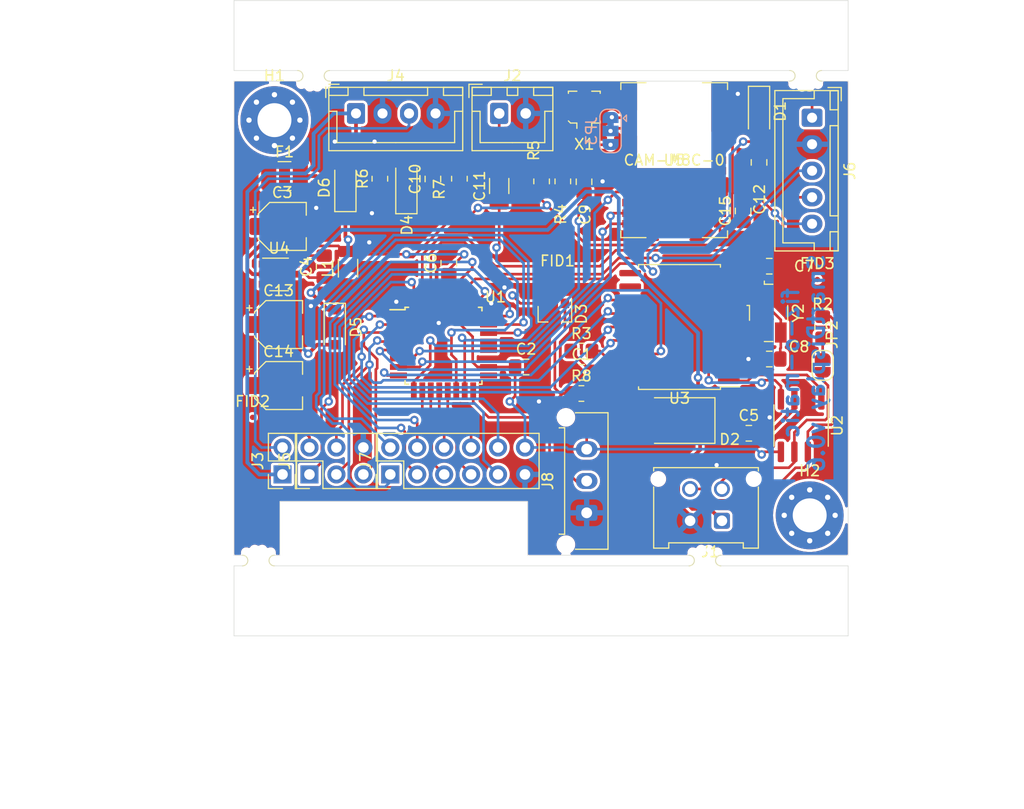
<source format=kicad_pcb>
(kicad_pcb (version 20221018) (generator pcbnew)
  (layers (0 "F.Cu" signal) (31 "B.Cu" signal) (34 "B.Paste" user) (35 "F.Paste" user) (36 "B.SilkS" user "B.Silkscreen") (37 "F.SilkS" user "F.Silkscreen") (38 "B.Mask" user) (39 "F.Mask" user) (44 "Edge.Cuts" user))
  (net 0 "")
  (net 1 "GND")
  (net 2 "Net-(U4-EN)")
  (net 3 "Net-(U4-SW)")
  (net 4 "SCK")
  (net 5 "MOSI")
  (net 6 "MISO")
  (net 7 "+5V")
  (net 8 "RESET")
  (net 9 "TXD")
  (net 10 "RXD")
  (net 11 "SCL")
  (net 12 "SDA")
  (net 13 "A3")
  (net 14 "A2")
  (net 15 "A1")
  (net 16 "A0")
  (net 17 "Net-(U4-BST)")
  (net 18 "Net-(U3-OSC1)")
  (net 19 "Net-(U3-OSC2)")
  (net 20 "KEY")
  (net 21 "+12V")
  (net 22 "Net-(J6-Pin_5)")
  (net 23 "Net-(D5-K)")
  (net 26 "INSTR.BEL")
  (net 27 "Net-(J2-Pin_1)")
  (net 28 "D22")
  (net 29 "D23")
  (net 30 "Net-(JP2-Pad1)")
  (net 31 "CANH")
  (net 32 "CANL")
  (net 33 "D24")
  (net 34 "D25")
  (net 35 "1WIRE")
  (net 36 "INT_CAN")
  (net 37 "SS")
  (net 38 "UPDI")
  (net 39 "Net-(U5-RF_OUT)")
  (net 40 "+3V3")
  (net 41 "Net-(U5-RF_IN)")
  (net 42 "Net-(X1-SIGNAL)")
  (net 43 "GPS_RXD")
  (net 44 "GPS_TXD")
  (net 45 "GPS_RESET")
  (net 46 "Net-(U3-~{RESET})")
  (net 47 "AREF")
  (net 50 "Net-(U2-TXD)")
  (net 51 "Net-(U2-RXD)")
  (net 67 "A4")
  (footprint "Capacitor_SMD:C_0805_2012Metric_Pad1.18x1.45mm_HandSolder" (layer "F.Cu") (at 119.29 43.5725 90)
    (fp_text reference "C12")
    (fp_text value "100n")
  )
  (footprint "Resistor_SMD:R_0805_2012Metric_Pad1.20x1.40mm_HandSolder" (layer "F.Cu") (at 102.54 65.36)
    (fp_text reference "R8")
    (fp_text value "4,7k")
  )
  (footprint "MountingHole:MountingHole_3.2mm_M3_Pad_Via" (layer "F.Cu") (at 73.6 39.589)
    (fp_text reference "H1")
    (fp_text value "MountingHole_Pad")
  )
  (footprint "Resistor_SMD:R_0805_2012Metric_Pad1.20x1.40mm_HandSolder" (layer "F.Cu") (at 102.54 61.36)
    (fp_text reference "R3")
    (fp_text value "10k")
  )
  (footprint "Capacitor_SMD:C_0805_2012Metric_Pad1.18x1.45mm_HandSolder" (layer "F.Cu") (at 88.54 45.135 90)
    (fp_text reference "C10")
    (fp_text value "100n")
  )
  (footprint "Capacitor_SMD:C_0805_2012Metric_Pad1.18x1.45mm_HandSolder" (layer "F.Cu") (at 90.04 53.0725 90)
    (fp_text reference "C6")
    (fp_text value "100n")
  )
  (footprint "Resistor_SMD:R_0805_2012Metric_Pad1.20x1.40mm_HandSolder" (layer "F.Cu") (at 98.79 45.36 -90)
    (fp_text reference "R5")
    (fp_text value "1k")
  )
  (footprint "Resistor_SMD:R_0805_2012Metric_Pad1.20x1.40mm_HandSolder" (layer "F.Cu") (at 83.54 45.11 90)
    (fp_text reference "R6")
    (fp_text value "15k")
  )
  (footprint "Diode_SMD:D_MiniMELF" (layer "F.Cu") (at 86.04 45.86 90)
    (fp_text reference "D4")
    (fp_text value "BZV55-C12")
  )
  (footprint "Diode_SMD:D_SMB" (layer "F.Cu") (at 111.582 67.91 180)
    (fp_text reference "D2")
    (fp_text value "SMBJ5.0CA")
  )
  (footprint "Crystal:Crystal_SMD_EuroQuartz_MJ-4Pin_5.0x3.2mm" (layer "F.Cu") (at 120.19 57.76 -90)
    (fp_text reference "Y2")
    (fp_text value "16MHz")
  )
  (footprint "Capacitor_SMD:C_0805_2012Metric_Pad1.18x1.45mm_HandSolder" (layer "F.Cu") (at 120.2525 62.11 180)
    (fp_text reference "C8")
    (fp_text value "22p")
  )
  (footprint "Jumper:SolderJumper-2_P1.3mm_Open_RoundedPad1.0x1.5mm" (layer "F.Cu") (at 125.29 62.71 -90)
    (fp_text reference "JP2")
    (fp_text value "Jumper_NC_Small")
  )
  (footprint "Capacitor_SMD:C_0805_2012Metric_Pad1.18x1.45mm_HandSolder" (layer "F.Cu") (at 118.3275 69.11)
    (fp_text reference "C5")
    (fp_text value "100n")
  )
  (footprint "Package_SO:SOIC-8_3.9x4.9mm_P1.27mm" (layer "F.Cu") (at 123.257 68.385 -90)
    (fp_text reference "U2")
    (fp_text value "MCP2562-E-SN")
  )
  (footprint "MountingHole:MountingHole_3.2mm_M3_Pad_Via" (layer "F.Cu") (at 124.065056 76.846056)
    (fp_text reference "H2")
    (fp_text value "MountingHole_Pad")
  )
  (footprint "Resistor_SMD:R_0805_2012Metric_Pad1.20x1.40mm_HandSolder" (layer "F.Cu") (at 125.29 59.11 90)
    (fp_text reference "R2")
    (fp_text value "120")
  )
  (footprint "Capacitor_SMD:C_0805_2012Metric_Pad1.18x1.45mm_HandSolder" (layer "F.Cu") (at 102.5775 63.36)
    (fp_text reference "C1")
    (fp_text value "100n")
  )
  (footprint "Connector_PinHeader_2.54mm:PinHeader_2x03_P2.54mm_Vertical" (layer "F.Cu") (at 76.902 72.99 90)
    (fp_text reference "J5")
    (fp_text value "ISP")
  )
  (footprint "Connector_PinHeader_2.54mm:PinHeader_2x06_P2.54mm_Vertical" (layer "F.Cu") (at 84.522 72.99 90)
    (fp_text reference "J7")
    (fp_text value "EXT")
  )
  (footprint "Connector_PinHeader_2.54mm:PinHeader_2x01_P2.54mm_Vertical" (layer "F.Cu") (at 74.362 72.99 90)
    (fp_text reference "J3")
    (fp_text value "+12V")
  )
  (footprint "Connector_JST:JST_XH_B2B-XH-A_1x02_P2.50mm_Vertical" (layer "F.Cu") (at 94.79 38.954)
    (fp_text reference "J2")
    (fp_text value "KEY")
  )
  (footprint "Package_QFP:TQFP-32_7x7mm_P0.8mm" (layer "F.Cu") (at 89.54 60.86)
    (fp_text reference "U1")
    (fp_text value "ATmega4808-A")
  )
  (footprint "Capacitor_SMD:C_0805_2012Metric_Pad1.18x1.45mm_HandSolder" (layer "F.Cu") (at 97.3275 62.86)
    (fp_text reference "C2")
    (fp_text value "100n")
  )
  (footprint "Package_SO:SOIC-18W_7.5x11.6mm_P1.27mm" (layer "F.Cu") (at 111.79 59.09 180)
    (fp_text reference "U3")
    (fp_text value "MCP2515-xSO")
  )
  (footprint "Resistor_SMD:R_0805_2012Metric_Pad1.20x1.40mm_HandSolder" (layer "F.Cu") (at 91.04 45.11 90)
    (fp_text reference "R7")
    (fp_text value "4,7k")
  )
  (footprint "Fuse:Fuse_1210_3225Metric_Pad1.42x2.65mm_HandSolder" (layer "F.Cu") (at 74.5525 44.86)
    (fp_text reference "F1")
    (fp_text value "Polyfuse")
  )
  (footprint "Resistor_SMD:R_0805_2012Metric_Pad1.20x1.40mm_HandSolder" (layer "F.Cu") (at 100.79 45.36 -90)
    (fp_text reference "R4")
    (fp_text value "10k")
  )
  (footprint "Fiducial:Fiducial_0.5mm_Mask1mm" (layer "F.Cu") (at 71.54 67.61)
    (fp_text reference "FID2")
    (fp_text value "Fiducial")
  )
  (footprint "Fiducial:Fiducial_0.5mm_Mask1mm" (layer "F.Cu") (at 124.79 54.61)
    (fp_text reference "FID3")
    (fp_text value "Fiducial")
  )
  (footprint "Capacitor_SMD:CP_Elec_4x3.9" (layer "F.Cu") (at 74.34 49.61)
    (fp_text reference "C3")
    (fp_text value "22u")
  )
  (footprint "Capacitor_SMD:C_0805_2012Metric_Pad1.18x1.45mm_HandSolder" (layer "F.Cu") (at 78.29 53.3975 90)
    (fp_text reference "C4")
    (fp_text value "100n")
  )
  (footprint "Capacitor_SMD:CP_Elec_4x3.9" (layer "F.Cu") (at 73.99 58.86)
    (fp_text reference "C13")
    (fp_text value "22u")
  )
  (footprint "Capacitor_SMD:CP_Elec_4x3.9" (layer "F.Cu") (at 73.99 64.61)
    (fp_text reference "C14")
    (fp_text value "22u")
  )
  (footprint "Connector_JST:JST_XH_B5B-XH-A_1x05_P2.50mm_Vertical" (layer "F.Cu") (at 124.29 39.36 -90)
    (fp_text reference "J6")
    (fp_text value "PROG/SERIAL")
  )
  (footprint "Inductor_SMD:L_1206_3216Metric" (layer "F.Cu") (at 80.54 53.5475 90)
    (fp_text reference "L1")
    (fp_text value "4.7uH")
  )
  (footprint "Connector_Molex:Molex_Micro-Fit_3.0_43045-0412_2x02_P3.00mm_Vertical" (layer "F.Cu") (at 115.79 77.36 180)
    (fp_text reference "J1")
    (fp_text value "CAN")
  )
  (footprint "Connector_Molex:Molex_Micro-Fit_3.0_43650-0315_1x03_P3.00mm_Vertical" (layer "F.Cu") (at 103.04 76.61 90)
    (fp_text reference "J8")
    (fp_text value "Conn_01x03")
  )
  (footprint "Capacitor_SMD:C_0805_2012Metric_Pad1.18x1.45mm_HandSolder" (layer "F.Cu") (at 120.2525 53.36)
    (fp_text reference "C7")
    (fp_text value "22p")
  )
  (footprint "Connector_JST:JST_XH_B4B-XH-A_1x04_P2.50mm_Vertical" (layer "F.Cu") (at 81.29 38.954)
    (fp_text reference "J4")
    (fp_text value "PWR")
  )
  (footprint "Capacitor_SMD:C_1206_3216Metric_Pad1.33x1.80mm_HandSolder" (layer "F.Cu") (at 94.79 45.7975 90)
    (fp_text reference "C11")
    (fp_text value "22u")
  )
  (footprint "ublox_CAM_M8C:CAM-M8C-0" (layer "F.Cu") (at 111.29 43.36)
    (fp_text reference "U5")
    (fp_text value "CAM-M8C-0")
  )
  (footprint "Capacitor_SMD:C_0805_2012Metric_Pad1.18x1.45mm_HandSolder" (layer "F.Cu") (at 102.79 45.3975 90)
    (fp_text reference "C9")
    (fp_text value "100n")
  )
  (footprint "Package_TO_SOT_SMD:TSOT-23-6" (layer "F.Cu") (at 74.04 54.11)
    (fp_text reference "U4")
    (fp_text value "AP63203WU")
  )
  (footprint "Capacitor_SMD:C_0805_2012Metric_Pad1.18x1.45mm_HandSolder" (layer "F.Cu") (at 117.79 48.1475 90)
    (fp_text reference "C15")
    (fp_text value "100n")
  )
  (footprint "Connector_Coaxial:U.FL_Molex_MCRF_73412-0110_Vertical" (layer "F.Cu") (at 102.815 38.36)
    (fp_text reference "X1")
    (fp_text value "ANTENNA_U.FL")
  )
  (footprint "Fiducial:Fiducial_0.5mm_Mask1mm" (layer "F.Cu") (at 100.29 51.36 180)
    (fp_text reference "FID1")
    (fp_text value "Fiducial")
  )
  (footprint "Package_TO_SOT_SMD:SOT-23" (layer "F.Cu") (at 100.04 57.86 -90)
    (fp_text reference "D3")
    (fp_text value "SP0502BAHT")
  )
  (footprint "Diode_SMD:D_SOD-123" (layer "F.Cu") (at 79.29 59.11 -90)
    (fp_text reference "D5")
    (fp_text value "1N4148W")
  )
  (footprint "Diode_SMD:D_SOD-123" (layer "F.Cu") (at 80.29 45.96 90)
    (fp_text reference "D6")
    (fp_text value "1N4148W")
  )
  (footprint "Diode_SMD:D_SOD-123" (layer "F.Cu") (at 119.29 38.76 -90)
    (fp_text reference "D1")
    (fp_text value "1N4148W")
  )
  (footprint "fiz-o-matic:mouse-bite-1mm-slot" (layer "F.Cu") (at 114.19 81.11 180)
    (fp_text reference "mouse-bite-1mm-slot" hide)
    (fp_text value "VAL**" hide)
  )
  (footprint "fiz-o-matic:mouse-bite-1mm-slot" (layer "F.Cu") (at 77.29 35.41)
    (fp_text reference "mouse-bite-1mm-slot" hide)
    (fp_text value "VAL**" hide)
  )
  (footprint "fiz-o-matic:mouse-bite-1mm-slot" (layer "F.Cu") (at 123.69 35.41)
    (fp_text reference "mouse-bite-1mm-slot" hide)
    (fp_text value "VAL**" hide)
  )
  (footprint "fiz-o-matic:mouse-bite-1mm-slot" (layer "F.Cu") (at 72.09 81.11 180)
    (fp_text reference "mouse-bite-1mm-slot" hide)
    (fp_text value "VAL**" hide)
  )
  (footprint "Jumper:SolderJumper-3_P1.3mm_Bridged12_RoundedPad1.0x1.5mm" (layer "B.Cu") (at 105.29 40.61 -90)
    (fp_text reference "JP3")
    (fp_text value "Jumper_NC_Dual")
  )
  (gr_line (start 97.476 80.61) (end 112.69 80.61) (stroke (width 0.05)) (layer "Edge.Cuts"))
  (gr_line (start 74.108 75.53) (end 97.476 75.53) (stroke (width 0.05)) (layer "Edge.Cuts"))
  (gr_line (start 127.69 80.61) (end 127.69 35.91) (stroke (width 0.05)) (layer "Edge.Cuts"))
  (gr_line (start 74.108 75.53) (end 74.108 80.61) (stroke (width 0.05)) (layer "Edge.Cuts"))
  (gr_line (start 69.79 80.61) (end 69.79 35.91) (stroke (width 0.05)) (layer "Edge.Cuts"))
  (gr_line (start 97.476 75.53) (end 97.476 80.61) (stroke (width 0.05)) (layer "Edge.Cuts"))
  (gr_arc (start 122.19 34.91) (mid 122.69 35.41) (end 122.19 35.91) (stroke (width 0.05)) (layer "Edge.Cuts"))
  (gr_line (start 73.59 80.61) (end 74.108 80.61) (stroke (width 0.05)) (layer "Edge.Cuts"))
  (gr_line (start 115.69 81.61) (end 127.69 81.61) (stroke (width 0.05)) (layer "Edge.Cuts"))
  (gr_line (start 75.79 34.91) (end 69.79 34.91) (stroke (width 0.05)) (layer "Edge.Cuts"))
  (gr_line (start 127.69 81.61) (end 127.69 88.21) (stroke (width 0.05)) (layer "Edge.Cuts"))
  (gr_arc (start 125.19 35.91) (mid 124.69 35.41) (end 125.19 34.91) (stroke (width 0.05)) (layer "Edge.Cuts"))
  (gr_line (start 125.19 34.91) (end 127.69 34.91) (stroke (width 0.05)) (layer "Edge.Cuts"))
  (gr_line (start 78.79 35.91) (end 122.19 35.91) (stroke (width 0.05)) (layer "Edge.Cuts"))
  (gr_line (start 127.69 88.21) (end 69.79 88.21) (stroke (width 0.05)) (layer "Edge.Cuts"))
  (gr_line (start 69.79 81.61) (end 69.79 88.21) (stroke (width 0.05)) (layer "Edge.Cuts"))
  (gr_line (start 125.19 35.91) (end 127.69 35.91) (stroke (width 0.05)) (layer "Edge.Cuts"))
  (gr_line (start 69.79 35.91) (end 75.79 35.91) (stroke (width 0.05)) (layer "Edge.Cuts"))
  (gr_arc (start 115.69 81.61) (mid 115.19 81.11) (end 115.69 80.61) (stroke (width 0.05)) (layer "Edge.Cuts"))
  (gr_arc (start 78.79 35.91) (mid 78.29 35.41) (end 78.79 34.91) (stroke (width 0.05)) (layer "Edge.Cuts"))
  (gr_line (start 69.79 28.31) (end 127.69 28.31) (stroke (width 0.05)) (layer "Edge.Cuts"))
  (gr_line (start 69.79 80.61) (end 70.59 80.61) (stroke (width 0.05)) (layer "Edge.Cuts"))
  (gr_line (start 127.69 34.91) (end 127.69 28.31) (stroke (width 0.05)) (layer "Edge.Cuts"))
  (gr_line (start 73.59 81.61) (end 112.69 81.61) (stroke (width 0.05)) (layer "Edge.Cuts"))
  (gr_arc (start 70.59 80.61) (mid 71.09 81.11) (end 70.59 81.61) (stroke (width 0.05)) (layer "Edge.Cuts"))
  (gr_arc (start 112.69 80.61) (mid 113.19 81.11) (end 112.69 81.61) (stroke (width 0.05)) (layer "Edge.Cuts"))
  (gr_arc (start 73.59 81.61) (mid 73.09 81.11) (end 73.59 80.61) (stroke (width 0.05)) (layer "Edge.Cuts"))
  (gr_arc (start 75.79 34.91) (mid 76.29 35.41) (end 75.79 35.91) (stroke (width 0.05)) (layer "Edge.Cuts"))
  (gr_line (start 70.59 81.61) (end 69.79 81.61) (stroke (width 0.05)) (layer "Edge.Cuts"))
  (gr_line (start 122.19 34.91) (end 78.79 34.91) (stroke (width 0.05)) (layer "Edge.Cuts"))
  (gr_line (start 69.79 34.91) (end 69.79 28.31) (stroke (width 0.05)) (layer "Edge.Cuts"))
  (gr_line (start 115.69 80.61) (end 127.69 80.61) (stroke (width 0.05)) (layer "Edge.Cuts"))
  (gr_text "fiz-o-matic\nSmartDisplay v0.6" (at 123.49 62.51 90) (layer "B.Cu") (effects (font (size 1.5 1.5) (thickness 0.3)) (justify mirror)))
  (via (at 77.04 57.11) (size 0.8) (drill 0.4) (layers "F.Cu" "B.Cu") (net 1))
  (via (at 85.09 56.71) (size 0.8) (drill 0.4) (layers "F.Cu" "B.Cu") (net 1))
  (via (at 95.29 55.36) (size 0.8) (drill 0.4) (layers "F.Cu" "B.Cu") (net 1))
  (via (at 83.04 41.61) (size 0.8) (drill 0.4) (layers "F.Cu" "B.Cu") (net 1))
  (via (at 120.29 67.61) (size 0.8) (drill 0.4) (layers "F.Cu" "B.Cu") (net 1))
  (via (at 118.29 62.11) (size 0.8) (drill 0.4) (layers "F.Cu" "B.Cu") (net 1))
  (via (at 104.54 45.36) (size 0.8) (drill 0.4) (layers "F.Cu" "B.Cu") (net 1))
  (via (at 103.04 47.86) (size 0.8) (drill 0.4) (layers "F.Cu" "B.Cu") (net 1))
  (via (at 94.04 56.86) (size 0.8) (drill 0.4) (layers "F.Cu" "B.Cu") (net 1))
  (via (at 117.29 37.11) (size 0.8) (drill 0.4) (layers "F.Cu" "B.Cu") (net 1))
  (via (at 82.54 51.11) (size 0.8) (drill 0.4) (layers "F.Cu" "B.Cu") (net 1))
  (via (at 77.54 47.86) (size 0.8) (drill 0.4) (layers "F.Cu" "B.Cu") (net 1))
  (via (at 82.79 48.36) (size 0.8) (drill 0.4) (layers "F.Cu" "B.Cu") (net 1))
  (via (at 79.29 41.61) (size 0.8) (drill 0.4) (layers "F.Cu" "B.Cu") (net 1))
  (via (at 115.29 72.11) (size 0.8) (drill 0.4) (layers "F.Cu" "B.Cu") (net 1))
  (via (at 98.54 66.11) (size 0.8) (drill 0.4) (layers "F.Cu" "B.Cu") (net 1))
  (via (at 89.09 58.71) (size 0.8) (drill 0.4) (layers "F.Cu" "B.Cu") (net 1))
  (segment (start 89.134 39.766) (end 89.134 38.954) (width 0.25) (layer "B.Cu") (net 1))
  (segment (start 72.54 51.11) (end 72.54 49.61) (width 0.35) (layer "F.Cu") (net 2))
  (segment (start 72.73 54.11) (end 72.73 55.06) (width 0.35) (layer "F.Cu") (net 2))
  (segment (start 71.54 54.11) (end 71.04 53.61) (width 0.35) (layer "F.Cu") (net 2))
  (segment (start 71.04 52.61) (end 72.54 51.11) (width 0.35) (layer "F.Cu") (net 2))
  (segment (start 73.065 46.835) (end 72.54 47.36) (width 0.35) (layer "F.Cu") (net 2))
  (segment (start 73.065 44.86) (end 73.065 46.835) (width 0.35) (layer "F.Cu") (net 2))
  (segment (start 71.04 53.61) (end 71.04 52.61) (width 0.35) (layer "F.Cu") (net 2))
  (segment (start 72.73 54.11) (end 71.54 54.11) (width 0.35) (layer "F.Cu") (net 2))
  (segment (start 72.54 47.36) (end 72.54 49.61) (width 0.35) (layer "F.Cu") (net 2))
  (segment (start 76.54 54.11) (end 76.865 54.435) (width 0.25) (layer "F.Cu") (net 3))
  (segment (start 79.365 54.435) (end 79.54 54.61) (width 0.25) (layer "F.Cu") (net 3))
  (segment (start 78.29 54.435) (end 79.365 54.435) (width 0.25) (layer "F.Cu") (net 3))
  (segment (start 75.35 54.11) (end 76.54 54.11) (width 0.25) (layer "F.Cu") (net 3))
  (segment (start 79.54 54.61) (end 80.54 54.61) (width 0.25) (layer "F.Cu") (net 3))
  (segment (start 76.865 54.435) (end 78.29 54.435) (width 0.25) (layer "F.Cu") (net 3))
  (segment (start 80.617001 71.814999) (end 80.617001 64.582997) (width 0.25) (layer "F.Cu") (net 4))
  (segment (start 79.442 72.99) (end 80.617001 71.814999) (width 0.25) (layer "F.Cu") (net 4))
  (segment (start 83.39 60.46) (end 83.29 60.36) (width 0.25) (layer "F.Cu") (net 4))
  (segment (start 80.617001 64.582997) (end 82.564999 62.634999) (width 0.25) (layer "F.Cu") (net 4))
  (segment (start 107.14 57.82) (end 105.25 57.82) (width 0.25) (layer "F.Cu") (net 4))
  (segment (start 85.29 60.46) (end 83.39 60.46) (width 0.25) (layer "F.Cu") (net 4))
  (segment (start 105.25 57.82) (end 105.04 57.61) (width 0.25) (layer "F.Cu") (net 4))
  (via (at 105.04 57.61) (size 0.8) (drill 0.4) (layers "F.Cu" "B.Cu") (net 4))
  (via (at 83.29 60.36) (size 0.8) (drill 0.4) (layers "F.Cu" "B.Cu") (net 4))
  (via (at 82.564999 62.634999) (size 0.8) (drill 0.4) (layers "F.Cu" "B.Cu") (net 4))
  (segment (start 82.941999 64.335001) (end 82.564999 63.958001) (width 0.25) (layer "B.Cu") (net 4))
  (segment (start 82.564999 62.835001) (end 82.564999 62.634999) (width 0.25) (layer "B.Cu") (net 4))
  (segment (start 83.863002 64.11) (end 83.638001 64.335001) (width 0.25) (layer "B.Cu") (net 4))
  (segment (start 105.04 57.61) (end 98.54 64.11) (width 0.25) (layer "B.Cu") (net 4))
  (segment (start 82.564999 63.958001) (end 82.564999 62.835001) (width 0.25) (layer "B.Cu") (net 4))
  (segment (start 82.564999 62.634999) (end 82.564999 61.085001) (width 0.25) (layer "B.Cu") (net 4))
  (segment (start 83.638001 64.335001) (end 82.941999 64.335001) (width 0.25) (layer "B.Cu") (net 4))
  (segment (start 98.54 64.11) (end 83.863002 64.11) (width 0.25) (layer "B.Cu") (net 4))
  (segment (start 82.564999 61.085001) (end 83.29 60.36) (width 0.25) (layer "B.Cu") (net 4))
  (segment (start 80.018039 64.545549) (end 81.823464 62.740124) (width 0.25) (layer "F.Cu") (net 5))
  (segment (start 107.14 59.09) (end 105.31 59.09) (width 0.25) (layer "F.Cu") (net 5))
  (segment (start 105.31 59.09) (end 105.04 59.36) (width 0.25) (layer "F.Cu") (net 5))
  (segment (start 80.018039 64.545549) (end 80.018039 68.381961) (width 0.25) (layer "F.Cu") (net 5))
  (segment (start 81.823464 62.740124) (end 81.823464 61.893464) (width 0.25) (layer "F.Cu") (net 5))
  (segment (start 83.54 58.86) (end 85.29 58.86) (width 0.25) (layer "F.Cu") (net 5))
  (segment (start 79.442 70.45) (end 79.442 68.958) (width 0.25) (layer "F.Cu") (net 5))
  (segment (start 80.018039 68.381961) (end 79.442 68.958) (width 0.25) (layer "F.Cu") (net 5))
  (via (at 81.823464 61.893464) (size 0.8) (drill 0.4) (layers "F.Cu" "B.Cu") (net 5))
  (via (at 105.04 59.36) (size 0.8) (drill 0.4) (layers "F.Cu" "B.Cu") (net 5))
  (via (at 83.54 58.86) (size 0.8) (drill 0.4) (layers "F.Cu" "B.Cu") (net 5))
  (segment (start 81.823464 61.893464) (end 81.823464 60.576536) (width 0.25) (layer "B.Cu") (net 5))
  (segment (start 81.823464 62.164085) (end 81.823464 63.852876) (width 0.25) (layer "B.Cu") (net 5))
  (segment (start 82.114989 60.285011) (end 83.54 58.86) (width 0.25) (layer "B.Cu") (net 5))
  (segment (start 81.823464 63.852876) (end 82.755599 64.785011) (width 0.25) (layer "B.Cu") (net 5))
  (segment (start 82.755599 64.785011) (end 99.614989 64.785011) (width 0.25) (layer "B.Cu") (net 5))
  (segment (start 81.823464 62.164085) (end 81.823464 61.893464) (width 0.25) (layer "B.Cu") (net 5))
  (segment (start 105.04 59.36) (end 99.614989 64.785011) (width 0.25) (layer "B.Cu") (net 5))
  (segment (start 81.823464 60.576536) (end 82.114989 60.285011) (width 0.25) (layer "B.Cu") (net 5))
  (segment (start 82.027347 59.347347) (end 82.29 59.61) (width 0.25) (layer "F.Cu") (net 6))
  (segment (start 105.54 60.36) (end 105.29 60.61) (width 0.25) (layer "F.Cu") (net 6))
  (segment (start 82.29 59.61) (end 85.24 59.61) (width 0.25) (layer "F.Cu") (net 6))
  (segment (start 85.24 59.61) (end 85.29 59.66) (width 0.25) (layer "F.Cu") (net 6))
  (segment (start 83.29 62.135306) (end 83.29 62.966561) (width 0.25) (layer "F.Cu") (net 6))
  (segment (start 82.027347 60.872653) (end 83.29 62.135306) (width 0.25) (layer "F.Cu") (net 6))
  (segment (start 83.29 62.966561) (end 83.157001 63.09956) (width 0.25) (layer "F.Cu") (net 6))
  (segment (start 107.14 60.36) (end 105.54 60.36) (width 0.25) (layer "F.Cu") (net 6))
  (segment (start 83.157001 63.09956) (end 83.157001 71.814999) (width 0.25) (layer "F.Cu") (net 6))
  (segment (start 82.027347 60.872653) (end 82.027347 59.347347) (width 0.25) (layer "F.Cu") (net 6))
  (segment (start 83.157001 71.814999) (end 81.982 72.99) (width 0.25) (layer "F.Cu") (net 6))
  (via (at 82.027347 59.347347) (size 0.8) (drill 0.4) (layers "F.Cu" "B.Cu") (net 6))
  (via (at 105.29 60.61) (size 0.8) (drill 0.4) (layers "F.Cu" "B.Cu") (net 6))
  (segment (start 81.098463 60.301537) (end 82.027347 59.372653) (width 0.25) (layer "B.Cu") (net 6))
  (segment (start 82.569197 65.235019) (end 81.098463 63.764285) (width 0.25) (layer "B.Cu") (net 6))
  (segment (start 105.29 60.61) (end 100.664981 65.235019) (width 0.25) (layer "B.Cu") (net 6))
  (segment (start 81.098463 63.764285) (end 81.098463 60.301537) (width 0.25) (layer "B.Cu") (net 6))
  (segment (start 82.027347 59.372653) (end 82.027347 59.347347) (width 0.25) (layer "B.Cu") (net 6))
  (segment (start 100.664981 65.235019) (end 82.569197 65.235019) (width 0.25) (layer "B.Cu") (net 6))
  (segment (start 81.982 72.918) (end 81.982 72.99) (width 0.25) (layer "B.Cu") (net 6))
  (segment (start 122.622 66.778) (end 120.29 69.11) (width 0.35) (layer "F.Cu") (net 7))
  (segment (start 122.622 65.91) (end 122.622 66.778) (width 0.35) (layer "F.Cu") (net 7))
  (segment (start 120.29 69.11) (end 119.365 69.11) (width 0.35) (layer "F.Cu") (net 7))
  (segment (start 119.365 68.185) (end 119.365 69.11) (width 0.35) (layer "F.Cu") (net 7))
  (segment (start 113.732 67.91) (end 114.49 67.91) (width 0.35) (layer "F.Cu") (net 7))
  (segment (start 111.664999 74.900001) (end 111.664999 72.735001) (width 0.35) (layer "F.Cu") (net 7))
  (segment (start 77.64 60.76) (end 77.29 61.11) (width 0.35) (layer "F.Cu") (net 7))
  (segment (start 119.09 67.91) (end 119.365 68.185) (width 0.35) (layer "F.Cu") (net 7))
  (segment (start 112.999997 76.234999) (end 111.664999 74.900001) (width 0.35) (layer "F.Cu") (net 7))
  (segment (start 111.664999 72.735001) (end 113.732 70.668) (width 0.35) (layer "F.Cu") (net 7))
  (segment (start 114.664999 76.234999) (end 112.999997 76.234999) (width 0.35) (layer "F.Cu") (net 7))
  (segment (start 113.54 67.718) (end 113.732 67.91) (width 0.35) (layer "F.Cu") (net 7))
  (segment (start 115.79 77.36) (end 114.664999 76.234999) (width 0.35) (layer "F.Cu") (net 7))
  (segment (start 79.29 60.76) (end 77.64 60.76) (width 0.35) (layer "F.Cu") (net 7))
  (segment (start 113.732 70.668) (end 113.732 67.91) (width 0.35) (layer "F.Cu") (net 7))
  (segment (start 113.732 67.91) (end 119.09 67.91) (width 0.35) (layer "F.Cu") (net 7))
  (segment (start 77.29 61.11) (end 76.79 61.61) (width 0.35) (layer "F.Cu") (net 7))
  (segment (start 113.54 63.86) (end 113.54 67.718) (width 0.35) (layer "F.Cu") (net 7))
  (via (at 113.54 63.86) (size 0.8) (drill 0.4) (layers "F.Cu" "B.Cu") (net 7))
  (via (at 76.79 61.61) (size 0.8) (drill 0.4) (layers "F.Cu" "B.Cu") (net 7))
  (segment (start 79.98552 49.934981) (end 98.614981 49.934981) (width 0.35) (layer "B.Cu") (net 7))
  (segment (start 106.065001 52.177881) (end 113.54 59.65288) (width 0.35) (layer "B.Cu") (net 7))
  (segment (start 99.364981 49.934981) (end 102.964963 46.334999) (width 0.35) (layer "B.Cu") (net 7))
  (segment (start 106.065001 46.987999) (end 106.065001 52.177881) (width 0.35) (layer "B.Cu") (net 7))
  (segment (start 76.014999 53.905502) (end 79.98552 49.934981) (width 0.35) (layer "B.Cu") (net 7))
  (segment (start 98.614981 49.934981) (end 99.364981 49.934981) (width 0.35) (layer "B.Cu") (net 7))
  (segment (start 113.54 59.65288) (end 113.54 63.86) (width 0.35) (layer "B.Cu") (net 7))
  (segment (start 105.412001 46.334999) (end 106.065001 46.987999) (width 0.35) (layer "B.Cu") (net 7))
  (segment (start 76.79 61.61) (end 76.014999 60.834999) (width 0.35) (layer "B.Cu") (net 7))
  (segment (start 76.014999 60.834999) (end 76.014999 53.905502) (width 0.35) (layer "B.Cu") (net 7))
  (segment (start 102.964963 46.334999) (end 105.412001 46.334999) (width 0.35) (layer "B.Cu") (net 7))
  (segment (start 108.54 53.11) (end 109.29 53.86) (width 0.25) (layer "F.Cu") (net 8))
  (segment (start 92.53999 54.56001) (end 94.3536 54.56001) (width 0.25) (layer "F.Cu") (net 8))
  (segment (start 91.54 56.61) (end 91.54 55.56) (width 0.25) (layer "F.Cu") (net 8))
  (segment (start 91.54 55.56) (end 92.53999 54.56001) (width 0.25) (layer "F.Cu") (net 8))
  (segment (start 99.54 54.56001) (end 104.726401 54.560009) (width 0.25) (layer "F.Cu") (net 8))
  (segment (start 119.29 41.61) (end 119.29 40.41) (width 0.25) (layer "F.Cu") (net 8))
  (segment (start 106.17641 53.11) (end 108.54 53.11) (width 0.25) (layer "F.Cu") (net 8))
  (segment (start 104.726401 54.560009) (end 106.17641 53.11) (width 0.25) (layer "F.Cu") (net 8))
  (segment (start 94.3536 54.56001) (end 99.54 54.56001) (width 0.25) (layer "F.Cu") (net 8))
  (segment (start 119.29 42.535) (end 119.29 41.61) (width 0.25) (layer "F.Cu") (net 8))
  (segment (start 117.79 41.61) (end 119.29 41.61) (width 0.25) (layer "F.Cu") (net 8))
  (via (at 117.79 41.61) (size 0.8) (drill 0.4) (layers "F.Cu" "B.Cu") (net 8))
  (via (at 109.29 53.86) (size 0.8) (drill 0.4) (layers "F.Cu" "B.Cu") (net 8))
  (segment (start 116.54 48.61) (end 116.54 42.86) (width 0.25) (layer "B.Cu") (net 8))
  (segment (start 114.04 51.11) (end 116.54 48.61) (width 0.25) (layer "B.Cu") (net 8))
  (segment (start 116.54 42.86) (end 117.79 41.61) (width 0.25) (layer "B.Cu") (net 8))
  (segment (start 109.29 53.86) (end 108.814999 53.384999) (width 0.25) (layer "B.Cu") (net 8))
  (segment (start 108.814999 53.384999) (end 108.814999 52.236999) (width 0.25) (layer "B.Cu") (net 8))
  (segment (start 109.941998 51.11) (end 114.04 51.11) (width 0.25) (layer "B.Cu") (net 8))
  (segment (start 108.814999 52.236999) (end 109.941998 51.11) (width 0.25) (layer "B.Cu") (net 8))
  (segment (start 94.54 54.11) (end 104.54 54.11) (width 0.25) (layer "F.Cu") (net 9))
  (segment (start 91.55249 51.12249) (end 94.54 54.11) (width 0.25) (layer "F.Cu") (net 9))
  (segment (start 88.34 56.61) (end 88.34 52.10931) (width 0.25) (layer "F.Cu") (net 9))
  (segment (start 104.54 54.11) (end 106.065 52.585) (width 0.25) (layer "F.Cu") (net 9))
  (segment (start 88.34 52.10931) (end 89.32682 51.12249) (width 0.25) (layer "F.Cu") (net 9))
  (segment (start 106.065 52.585) (end 109.54 52.585) (width 0.25) (layer "F.Cu") (net 9))
  (segment (start 89.32682 51.12249) (end 91.55249 51.12249) (width 0.25) (layer "F.Cu") (net 9))
  (via (at 109.54 52.585) (size 0.8) (drill 0.4) (layers "F.Cu" "B.Cu") (net 9))
  (segment (start 123.04 44.36) (end 124.29 44.36) (width 0.25) (layer "B.Cu") (net 9))
  (segment (start 114.815 52.585) (end 123.04 44.36) (width 0.25) (layer "B.Cu") (net 9))
  (segment (start 109.54 52.585) (end 114.815 52.585) (width 0.25) (layer "B.Cu") (net 9))
  (segment (start 87.54 52.2729) (end 89.14042 50.67248) (width 0.25) (layer "F.Cu") (net 10))
  (segment (start 87.54 56.61) (end 87.54 52.2729) (width 0.25) (layer "F.Cu") (net 10))
  (segment (start 105.79 51.86) (end 119.79 51.86) (width 0.25) (layer "F.Cu") (net 10))
  (segment (start 121.54 48.11) (end 122.79 46.86) (width 0.25) (layer "F.Cu") (net 10))
  (segment (start 122.79 46.86) (end 124.29 46.86) (width 0.25) (layer "F.Cu") (net 10))
  (segment (start 89.14042 50.67248) (end 91.738891 50.672481) (width 0.25) (layer "F.Cu") (net 10))
  (segment (start 94.42641 53.36) (end 104.29 53.36) (width 0.25) (layer "F.Cu") (net 10))
  (segment (start 91.738891 50.672481) (end 94.42641 53.36) (width 0.25) (layer "F.Cu") (net 10))
  (segment (start 119.79 51.86) (end 121.54 50.11) (width 0.25) (layer "F.Cu") (net 10))
  (segment (start 104.29 53.36) (end 105.79 51.86) (width 0.25) (layer "F.Cu") (net 10))
  (segment (start 121.54 50.11) (end 121.54 48.11) (width 0.25) (layer "F.Cu") (net 10))
  (segment (start 85.29 58.06) (end 82.59 58.06) (width 0.25) (layer "F.Cu") (net 11))
  (segment (start 82.59 58.06) (end 82.54 58.11) (width 0.25) (layer "F.Cu") (net 11))
  (via (at 82.54 58.11) (size 0.8) (drill 0.4) (layers "F.Cu" "B.Cu") (net 11))
  (segment (start 93.29 65.86) (end 82.557768 65.86) (width 0.25) (layer "B.Cu") (net 11))
  (segment (start 80.648453 59.435862) (end 81.974315 58.11) (width 0.25) (layer "B.Cu") (net 11))
  (segment (start 82.557768 65.86) (end 80.648453 63.950685) (width 0.25) (layer "B.Cu") (net 11))
  (segment (start 94.682 67.252) (end 93.29 65.86) (width 0.25) (layer "B.Cu") (net 11))
  (segment (start 94.682 70.45) (end 94.682 67.252) (width 0.25) (layer "B.Cu") (net 11))
  (segment (start 81.974315 58.11) (end 82.54 58.11) (width 0.25) (layer "B.Cu") (net 11))
  (segment (start 80.648453 63.950685) (end 80.648453 59.435862) (width 0.25) (layer "B.Cu") (net 11))
  (segment (start 86.74 55.06) (end 86.54 54.86) (width 0.25) (layer "F.Cu") (net 12))
  (segment (start 86.74 56.61) (end 86.74 55.06) (width 0.25) (layer "F.Cu") (net 12))
  (via (at 86.54 54.86) (size 0.8) (drill 0.4) (layers "F.Cu" "B.Cu") (net 12))
  (segment (start 93.317001 67.137001) (end 92.49001 66.31001) (width 0.25) (layer "B.Cu") (net 12))
  (segment (start 94.682 72.99) (end 93.317001 71.625001) (width 0.25) (layer "B.Cu") (net 12))
  (segment (start 92.49001 66.31001) (end 82.371368 66.31001) (width 0.25) (layer "B.Cu") (net 12))
  (segment (start 82.371368 66.31001) (end 80.198444 64.137086) (width 0.25) (layer "B.Cu") (net 12))
  (segment (start 84.587907 54.86) (end 86.54 54.86) (width 0.25) (layer "B.Cu") (net 12))
  (segment (start 80.198444 64.137086) (end 80.198444 59.249463) (width 0.25) (layer "B.Cu") (net 12))
  (segment (start 93.317001 71.625001) (end 93.317001 67.137001) (width 0.25) (layer "B.Cu") (net 12))
  (segment (start 80.198444 59.249463) (end 84.587907 54.86) (width 0.25) (layer "B.Cu") (net 12))
  (segment (start 92.142 68.962) (end 92.142 70.45) (width 0.25) (layer "F.Cu") (net 13))
  (segment (start 89.94 65.11) (end 89.94 66.76) (width 0.25) (layer "F.Cu") (net 13))
  (segment (start 89.94 66.76) (end 92.142 68.962) (width 0.25) (layer "F.Cu") (net 13))
  (segment (start 90.777001 68.847001) (end 89.14 67.21) (width 0.25) (layer "F.Cu") (net 14))
  (segment (start 89.14 67.21) (end 89.14 65.11) (width 0.25) (layer "F.Cu") (net 14))
  (segment (start 90.777001 71.625001) (end 90.777001 68.847001) (width 0.25) (layer "F.Cu") (net 14))
  (segment (start 92.142 72.99) (end 90.777001 71.625001) (width 0.25) (layer "F.Cu") (net 14))
  (segment (start 88.34 67.16) (end 88.34 65.11) (width 0.25) (layer "F.Cu") (net 15))
  (segment (start 89.602 68.422) (end 88.34 67.16) (width 0.25) (layer "F.Cu") (net 15))
  (segment (start 89.602 70.45) (end 89.602 68.422) (width 0.25) (layer "F.Cu") (net 15))
  (segment (start 88.426999 67.996999) (end 87.54 67.11) (width 0.25) (layer "F.Cu") (net 16))
  (segment (start 87.54 67.11) (end 87.54 65.11) (width 0.25) (layer "F.Cu") (net 16))
  (segment (start 88.426999 71.814999) (end 88.426999 67.996999) (width 0.25) (layer "F.Cu") (net 16))
  (segment (start 89.602 72.99) (end 88.426999 71.814999) (width 0.25) (layer "F.Cu") (net 16))
  (segment (start 76.79 52.36) (end 78.29 52.36) (width 0.25) (layer "F.Cu") (net 17))
  (segment (start 75.35 53.16) (end 75.99 53.16) (width 0.25) (layer "F.Cu") (net 17))
  (segment (start 75.99 53.16) (end 76.79 52.36) (width 0.25) (layer "F.Cu") (net 17))
  (segment (start 119.215 53.36) (end 119.215 54.435) (width 0.25) (layer "F.Cu") (net 18))
  (segment (start 116.44 55.28) (end 117.71 55.28) (width 0.25) (layer "F.Cu") (net 18))
  (segment (start 117.71 55.28) (end 118.34 55.91) (width 0.25) (layer "F.Cu") (net 18))
  (segment (start 118.34 55.91) (end 119.04 55.91) (width 0.25) (layer "F.Cu") (net 18))
  (segment (start 119.215 54.435) (end 119.04 54.61) (width 0.25) (layer "F.Cu") (net 18))
  (segment (start 119.04 54.61) (end 119.04 55.91) (width 0.25) (layer "F.Cu") (net 18))
  (segment (start 120.54 57.61) (end 121.34 58.41) (width 0.25) (layer "F.Cu") (net 19))
  (segment (start 121.34 61.06) (end 121.29 61.11) (width 0.25) (layer "F.Cu") (net 19))
  (segment (start 121.34 58.41) (end 121.34 59.61) (width 0.25) (layer "F.Cu") (net 19))
  (segment (start 118.654998 57.61) (end 120.54 57.61) (width 0.25) (layer "F.Cu") (net 19))
  (segment (start 121.29 61.11) (end 121.29 62.11) (width 0.25) (layer "F.Cu") (net 19))
  (segment (start 117.594998 56.55) (end 118.654998 57.61) (width 0.25) (layer "F.Cu") (net 19))
  (segment (start 116.44 56.55) (end 117.594998 56.55) (width 0.25) (layer "F.Cu") (net 19))
  (segment (start 121.34 59.61) (end 121.34 61.06) (width 0.25) (layer "F.Cu") (net 19))
  (segment (start 102.29 47.584695) (end 102.29 49.11) (width 0.25) (layer "F.Cu") (net 20))
  (segment (start 102.79 47.084695) (end 102.29 47.584695) (width 0.25) (layer "F.Cu") (net 20))
  (segment (start 102.79 46.435) (end 100.865 46.435) (width 0.25) (layer "F.Cu") (net 20))
  (segment (start 91.54 65.11) (end 91.54 60.36) (width 0.25) (layer "F.Cu") (net 20))
  (segment (start 91.54 60.36) (end 91.29 60.11) (width 0.25) (layer "F.Cu") (net 20))
  (segment (start 100.865 46.435) (end 100.79 46.36) (width 0.25) (layer "F.Cu") (net 20))
  (segment (start 102.79 46.435) (end 102.79 47.084695) (width 0.25) (layer "F.Cu") (net 20))
  (via (at 102.29 49.11) (size 0.8) (drill 0.4) (layers "F.Cu" "B.Cu") (net 20))
  (via (at 91.29 60.11) (size 0.8) (drill 0.4) (layers "F.Cu" "B.Cu") (net 20))
  (segment (start 91.29 60.11) (end 91.515 60.335) (width 0.25) (layer "B.Cu") (net 20))
  (segment (start 91.515 60.335) (end 97.405812 60.335) (width 0.25) (layer "B.Cu") (net 20))
  (segment (start 102.29 55.450812) (end 102.29 49.11) (width 0.25) (layer "B.Cu") (net 20))
  (segment (start 97.405812 60.335) (end 102.29 55.450812) (width 0.25) (layer "B.Cu") (net 20))
  (segment (start 80.29 44.31) (end 82.09 44.31) (width 0.35) (layer "F.Cu") (net 21))
  (segment (start 81.29 38.954) (end 81.29 41.36) (width 0.35) (layer "F.Cu") (net 21))
  (segment (start 83.54 44.11) (end 82.29 44.11) (width 0.35) (layer "F.Cu") (net 21))
  (segment (start 81.29 41.36) (end 80.29 42.36) (width 0.35) (layer "F.Cu") (net 21))
  (segment (start 82.09 44.31) (end 82.29 44.11) (width 0.35) (layer "F.Cu") (net 21))
  (segment (start 80.29 42.36) (end 80.29 44.31) (width 0.35) (layer "F.Cu") (net 21))
  (segment (start 72.79 44.61) (end 71.04 46.36) (width 0.35) (layer "B.Cu") (net 21))
  (segment (start 81.29 38.954) (end 79.196 38.954) (width 0.35) (layer "B.Cu") (net 21))
  (segment (start 77.29 40.86) (end 77.29 43.86) (width 0.35) (layer "B.Cu") (net 21))
  (segment (start 72.17 72.99) (end 74.362 72.99) (width 0.35) (layer "B.Cu") (net 21))
  (segment (start 71.04 46.36) (end 71.04 71.86) (width 0.35) (layer "B.Cu") (net 21))
  (segment (start 71.04 71.86) (end 72.17 72.99) (width 0.35) (layer "B.Cu") (net 21))
  (segment (start 77.29 43.86) (end 76.54 44.61) (width 0.35) (layer "B.Cu") (net 21))
  (segment (start 76.54 44.61) (end 72.79 44.61) (width 0.35) (layer "B.Cu") (net 21))
  (segment (start 79.196 38.954) (end 77.29 40.86) (width 0.35) (layer "B.Cu") (net 21))
  (segment (start 119.29 46.86) (end 120.79 48.36) (width 0.25) (layer "F.Cu") (net 22))
  (segment (start 119.29 44.61) (end 119.29 46.86) (width 0.25) (layer "F.Cu") (net 22))
  (via (at 120.79 48.36) (size 0.8) (drill 0.4) (layers "F.Cu" "B.Cu") (net 22))
  (segment (start 120.79 48.36) (end 121.79 49.36) (width 0.25) (layer "B.Cu") (net 22))
  (segment (start 121.79 49.36) (end 124.29 49.36) (width 0.25) (layer "B.Cu") (net 22))
  (segment (start 76.04 44.86) (end 77.54 44.86) (width 0.35) (layer "F.Cu") (net 23))
  (segment (start 78.79 47.61) (end 80.29 47.61) (width 0.35) (layer "F.Cu") (net 23))
  (segment (start 80.29 50.596039) (end 80.545933 50.851972) (width 0.35) (layer "F.Cu") (net 23))
  (segment (start 78.29 47.11) (end 78.79 47.61) (width 0.35) (layer "F.Cu") (net 23))
  (segment (start 78.29 45.61) (end 78.29 47.11) (width 0.35) (layer "F.Cu") (net 23))
  (segment (start 78.29 57.11) (end 77.04 55.86) (width 0.35) (layer "F.Cu") (net 23))
  (segment (start 79.29 57.46) (end 78.64 57.46) (width 0.35) (layer "F.Cu") (net 23))
  (segment (start 80.29 47.61) (end 80.29 50.596039) (width 0.35) (layer "F.Cu") (net 23))
  (segment (start 77.54 44.86) (end 78.29 45.61) (width 0.35) (layer "F.Cu") (net 23))
  (segment (start 78.64 57.46) (end 78.29 57.11) (width 0.35) (layer "F.Cu") (net 23))
  (via (at 80.545933 50.851972) (size 0.8) (drill 0.4) (layers "F.Cu" "B.Cu") (net 23))
  (via (at 77.04 55.86) (size 0.8) (drill 0.4) (layers "F.Cu" "B.Cu") (net 23))
  (segment (start 80.545933 52.354067) (end 80.545933 50.851972) (width 0.35) (layer "B.Cu") (net 23))
  (segment (start 77.04 55.86) (end 80.545933 52.354067) (width 0.35) (layer "B.Cu") (net 23))
  (segment (start 73.03999 45.11001) (end 76.78999 45.11001) (width 0.25) (layer "B.Cu") (net 26))
  (segment (start 77.79 41.06712) (end 78.49712 40.36) (width 0.25) (layer "B.Cu") (net 26))
  (segment (start 74.362 70.45) (end 72.38 70.45) (width 0.25) (layer "B.Cu") (net 26))
  (segment (start 71.79 69.86) (end 71.79 46.36) (width 0.25) (layer "B.Cu") (net 26))
  (segment (start 86.04 40.36) (end 86.29 40.11) (width 0.25) (layer "B.Cu") (net 26))
  (segment (start 77.79 44.11) (end 77.79 41.06712) (width 0.25) (layer "B.Cu") (net 26))
  (segment (start 76.78999 45.11001) (end 77.79 44.11) (width 0.25) (layer "B.Cu") (net 26))
  (segment (start 71.79 46.36) (end 73.03999 45.11001) (width 0.25) (layer "B.Cu") (net 26))
  (segment (start 78.49712 40.36) (end 86.04 40.36) (width 0.25) (layer "B.Cu") (net 26))
  (segment (start 72.38 70.45) (end 71.79 69.86) (width 0.25) (layer "B.Cu") (net 26))
  (segment (start 86.29 40.11) (end 86.29 38.954) (width 0.25) (layer "B.Cu") (net 26))
  (segment (start 94.79 40.61) (end 96.79 42.61) (width 0.25) (layer "F.Cu") (net 27))
  (segment (start 98.04 42.61) (end 98.79 43.36) (width 0.25) (layer "F.Cu") (net 27))
  (segment (start 98.79 43.36) (end 98.79 44.36) (width 0.25) (layer "F.Cu") (net 27))
  (segment (start 96.79 42.61) (end 98.04 42.61) (width 0.25) (layer "F.Cu") (net 27))
  (segment (start 98.79 44.36) (end 100.79 44.36) (width 0.25) (layer "F.Cu") (net 27))
  (segment (start 94.79 38.954) (end 94.79 40.61) (width 0.25) (layer "F.Cu") (net 27))
  (segment (start 93.79 59.66) (end 96.49 59.66) (width 0.25) (layer "F.Cu") (net 28))
  (segment (start 96.49 59.66) (end 96.54 59.61) (width 0.25) (layer "F.Cu") (net 28))
  (via (at 96.54 59.61) (size 0.8) (drill 0.4) (layers "F.Cu" "B.Cu") (net 28))
  (segment (start 97.815632 58.300768) (end 97.540641 58.025777) (width 0.25) (layer "B.Cu") (net 28))
  (segment (start 77.839991 57.423599) (end 77.839991 65.277597) (width 0.25) (layer "B.Cu") (net 28))
  (segment (start 95.074402 50.43499) (end 84.828601 50.434989) (width 0.25) (layer "B.Cu") (net 28))
  (segment (start 79.084589 68.187001) (end 79.867001 68.187001) (width 0.25) (layer "B.Cu") (net 28))
  (segment (start 97.540641 58.025777) (end 97.540641 52.901229) (width 0.25) (layer "B.Cu") (net 28))
  (segment (start 84.828601 50.434989) (end 77.839991 57.423599) (width 0.25) (layer "B.Cu") (net 28))
  (segment (start 97.202402 59.61) (end 97.815632 58.99677) (width 0.25) (layer "B.Cu") (net 28))
  (segment (start 84.522 73.683001) (end 84.04 74.165001) (width 0.25) (layer "B.Cu") (net 28))
  (segment (start 96.54 59.61) (end 97.202402 59.61) (width 0.25) (layer "B.Cu") (net 28))
  (segment (start 97.540641 52.901229) (end 95.074402 50.43499) (width 0.25) (layer "B.Cu") (net 28))
  (segment (start 84.522 72.99) (end 84.522 73.683001) (width 0.25) (layer "B.Cu") (net 28))
  (segment (start 77.541989 65.575599) (end 77.54199 66.644402) (width 0.25) (layer "B.Cu") (net 28))
  (segment (start 84.04 74.165001) (end 81.417999 74.165001) (width 0.25) (layer "B.Cu") (net 28))
  (segment (start 77.839991 65.277597) (end 77.541989 65.575599) (width 0.25) (layer "B.Cu") (net 28))
  (segment (start 81.417999 74.165001) (end 80.617001 73.364003) (width 0.25) (layer "B.Cu") (net 28))
  (segment (start 80.617001 73.364003) (end 80.617001 68.937001) (width 0.25) (layer "B.Cu") (net 28))
  (segment (start 77.54199 66.644402) (end 79.084589 68.187001) (width 0.25) (layer "B.Cu") (net 28))
  (segment (start 79.867001 68.187001) (end 80.617001 68.937001) (width 0.25) (layer "B.Cu") (net 28))
  (segment (start 97.815632 58.99677) (end 97.815632 58.300768) (width 0.25) (layer "B.Cu") (net 28))
  (segment (start 97.001231 58.648769) (end 97.090631 58.648769) (width 0.25) (layer "F.Cu") (net 29))
  (segment (start 93.79 58.86) (end 96.79 58.86) (width 0.25) (layer "F.Cu") (net 29))
  (segment (start 96.79 58.86) (end 97.001231 58.648769) (width 0.25) (layer "F.Cu") (net 29))
  (via (at 97.090631 58.648769) (size 0.8) (drill 0.4) (layers "F.Cu" "B.Cu") (net 29))
  (segment (start 78.29 57.61) (end 85.015001 50.884999) (width 0.25) (layer "B.Cu") (net 29))
  (segment (start 85.015001 50.884999) (end 94.888001 50.884999) (width 0.25) (layer "B.Cu") (net 29))
  (segment (start 97.090631 53.087629) (end 97.090631 58.648769) (width 0.25) (layer "B.Cu") (net 29))
  (segment (start 79.270989 67.736991) (end 81.808991 67.736991) (width 0.25) (layer "B.Cu") (net 29))
  (segment (start 81.808991 67.736991) (end 84.522 70.45) (width 0.25) (layer "B.Cu") (net 29))
  (segment (start 78.29 57.61) (end 78.29 65.463998) (width 0.25) (layer "B.Cu") (net 29))
  (segment (start 77.991999 66.458001) (end 79.270989 67.736991) (width 0.25) (layer "B.Cu") (net 29))
  (segment (start 78.29 65.463998) (end 77.991999 65.761999) (width 0.25) (layer "B.Cu") (net 29))
  (segment (start 94.888001 50.884999) (end 97.090631 53.087629) (width 0.25) (layer "B.Cu") (net 29))
  (segment (start 77.991999 65.761999) (end 77.991999 66.458001) (width 0.25) (layer "B.Cu") (net 29))
  (segment (start 125.29 60.11) (end 125.29 62.06) (width 0.25) (layer "F.Cu") (net 30))
  (segment (start 126.36501 58.43501) (end 126.04 58.11) (width 0.25) (layer "F.Cu") (net 31))
  (segment (start 124.54 68.31001) (end 126.08999 68.31001) (width 0.25) (layer "F.Cu") (net 31))
  (segment (start 115.273999 75.435001) (end 119.658409 75.435001) (width 0.25) (layer "F.Cu") (net 31))
  (segment (start 114.198998 74.36) (end 115.273999 75.435001) (width 0.25) (layer "F.Cu") (net 31))
  (segment (start 126.36501 68.03499) (end 126.36501 58.43501) (width 0.25) (layer "F.Cu") (net 31))
  (segment (start 119.658409 75.435001) (end 122.73341 72.36) (width 0.25) (layer "F.Cu") (net 31))
  (segment (start 123.892 68.95801) (end 124.54 68.31001) (width 0.25) (layer "F.Cu") (net 31))
  (segment (start 123.892 70.86) (end 123.892 68.95801) (width 0.25) (layer "F.Cu") (net 31))
  (segment (start 126.08999 68.31001) (end 126.36501 68.03499) (width 0.25) (layer "F.Cu") (net 31))
  (segment (start 123.892 72.008) (end 123.892 70.86) (width 0.25) (layer "F.Cu") (net 31))
  (segment (start 112.79 74.36) (end 114.198998 74.36) (width 0.25) (layer "F.Cu") (net 31))
  (segment (start 123.54 72.36) (end 123.892 72.008) (width 0.25) (layer "F.Cu") (net 31))
  (segment (start 126.04 58.11) (end 125.29 58.11) (width 0.25) (layer "F.Cu") (net 31))
  (segment (start 122.73341 72.36) (end 123.54 72.36) (width 0.25) (layer "F.Cu") (net 31))
  (segment (start 125.29 64.11) (end 125.78701 64.60701) (width 0.25) (layer "F.Cu") (net 32))
  (segment (start 125.78701 67.61299) (end 125.54 67.86) (width 0.25) (layer "F.Cu") (net 32))
  (segment (start 122.097 72.36) (end 117.04 72.36) (width 0.25) (layer "F.Cu") (net 32))
  (segment (start 122.622 71.835) (end 122.097 72.36) (width 0.25) (layer "F.Cu") (net 32))
  (segment (start 117.04 72.36) (end 115.79 73.61) (width 0.25) (layer "F.Cu") (net 32))
  (segment (start 123.79 67.86) (end 122.622 69.028) (width 0.25) (layer "F.Cu") (net 32))
  (segment (start 125.54 67.86) (end 123.79 67.86) (width 0.25) (layer "F.Cu") (net 32))
  (segment (start 125.78701 64.60701) (end 125.78701 67.61299) (width 0.25) (layer "F.Cu") (net 32))
  (segment (start 122.622 70.86) (end 122.622 71.835) (width 0.25) (layer "F.Cu") (net 32))
  (segment (start 125.29 63.36) (end 125.29 64.11) (width 0.25) (layer "F.Cu") (net 32))
  (segment (start 122.622 69.028) (end 122.622 70.86) (width 0.25) (layer "F.Cu") (net 32))
  (segment (start 115.79 73.61) (end 115.79 74.36) (width 0.25) (layer "F.Cu") (net 32))
  (segment (start 87.062 72.99) (end 85.886999 71.814999) (width 0.25) (layer "F.Cu") (net 33))
  (segment (start 85.886999 68.956999) (end 85.54 68.61) (width 0.25) (layer "F.Cu") (net 33))
  (segment (start 95.59 58.06) (end 95.79 57.86) (width 0.25) (layer "F.Cu") (net 33))
  (segment (start 85.886999 71.814999) (end 85.886999 68.956999) (width 0.25) (layer "F.Cu") (net 33))
  (segment (start 93.79 58.06) (end 95.59 58.06) (width 0.25) (layer "F.Cu") (net 33))
  (via (at 95.79 57.86) (size 0.8) (drill 0.4) (layers "F.Cu" "B.Cu") (net 33))
  (via (at 85.54 68.61) (size 0.8) (drill 0.4) (layers "F.Cu" "B.Cu") (net 33))
  (segment (start 79.298425 64.509883) (end 79.298424 58.876663) (width 0.25) (layer "B.Cu") (net 33))
  (segment (start 95.79 57.036998) (end 95.79 57.86) (width 0.25) (layer "B.Cu") (net 33))
  (segment (start 92.437991 53.684989) (end 95.79 57.036998) (width 0.25) (layer "B.Cu") (net 33))
  (segment (start 79.298424 58.876663) (end 84.490098 53.684989) (width 0.25) (layer "B.Cu") (net 33))
  (segment (start 84.490098 53.684989) (end 92.437991 53.684989) (width 0.25) (layer "B.Cu") (net 33))
  (segment (start 85.54 68.61) (end 83.398542 68.61) (width 0.25) (layer "B.Cu") (net 33))
  (segment (start 83.398542 68.61) (end 79.298425 64.509883) (width 0.25) (layer "B.Cu") (net 33))
  (segment (start 87.062 68.132) (end 86.79 67.86) (width 0.25) (layer "F.Cu") (net 34))
  (segment (start 93.438848 55.961152) (end 92.79 56.61) (width 0.25) (layer "F.Cu") (net 34))
  (segment (start 87.062 70.45) (end 87.062 68.132) (width 0.25) (layer "F.Cu") (net 34))
  (segment (start 93.438848 55.711152) (end 93.438848 55.961152) (width 0.25) (layer "F.Cu") (net 34))
  (segment (start 92.79 56.61) (end 92.34 56.61) (width 0.25) (layer "F.Cu") (net 34))
  (via (at 93.438848 55.711152) (size 0.8) (drill 0.4) (layers "F.Cu" "B.Cu") (net 34))
  (via (at 86.79 67.86) (size 0.8) (drill 0.4) (layers "F.Cu" "B.Cu") (net 34))
  (segment (start 83.284948 67.86) (end 79.748434 64.323486) (width 0.25) (layer "B.Cu") (net 34))
  (segment (start 79.748434 59.063063) (end 80.314951 58.496546) (width 0.25) (layer "B.Cu") (net 34))
  (segment (start 84.676498 54.134999) (end 80.314951 58.496546) (width 0.25) (layer "B.Cu") (net 34))
  (segment (start 84.676498 54.134999) (end 91.814999 54.134999) (width 0.25) (layer "B.Cu") (net 34))
  (segment (start 91.814999 54.134999) (end 93.391152 55.711152) (width 0.25) (layer "B.Cu") (net 34))
  (segment (start 93.391152 55.711152) (end 93.438848 55.711152) (width 0.25) (layer "B.Cu") (net 34))
  (segment (start 79.748434 64.323486) (end 79.748434 59.063063) (width 0.25) (layer "B.Cu") (net 34))
  (segment (start 83.284948 67.86) (end 86.79 67.86) (width 0.25) (layer "B.Cu") (net 34))
  (segment (start 99.54 68.61) (end 98.54 67.61) (width 0.25) (layer "F.Cu") (net 35))
  (segment (start 92.34 66.16) (end 93.79 67.61) (width 0.25) (layer "F.Cu") (net 35))
  (segment (start 100.79 65.36) (end 101.54 65.36) (width 0.25) (layer "F.Cu") (net 35))
  (segment (start 99.54 71.11) (end 99.54 68.61) (width 0.25) (layer "F.Cu") (net 35))
  (segment (start 100.04 64.86) (end 100.54 65.36) (width 0.25) (layer "F.Cu") (net 35))
  (segment (start 103.04 73.61) (end 102.04 73.61) (width 0.25) (layer "F.Cu") (net 35))
  (segment (start 100.99 56.86) (end 100.99 59.345002) (width 0.25) (layer "F.Cu") (net 35))
  (segment (start 98.04 67.61) (end 98.54 67.61) (width 0.25) (layer "F.Cu") (net 35))
  (segment (start 100.04 60.295002) (end 100.04 64.86) (width 0.25) (layer "F.Cu") (net 35))
  (segment (start 93.79 67.61) (end 98.04 67.61) (width 0.25) (layer "F.Cu") (net 35))
  (segment (start 100.99 59.345002) (end 100.04 60.295002) (width 0.25) (layer "F.Cu") (net 35))
  (segment (start 100.54 65.36) (end 101.54 65.36) (width 0.25) (layer "F.Cu") (net 35))
  (segment (start 102.04 73.61) (end 99.54 71.11) (width 0.25) (layer "F.Cu") (net 35))
  (segment (start 98.54 67.61) (end 100.79 65.36) (width 0.25) (layer "F.Cu") (net 35))
  (segment (start 92.34 65.11) (end 92.34 66.16) (width 0.25) (layer "F.Cu") (net 35))
  (segment (start 107.14 56.55) (end 105.23 56.55) (width 0.25) (layer "F.Cu") (net 36))
  (segment (start 84.219563 63.66) (end 83.944563 63.385) (width 0.25) (layer "F.Cu") (net 36))
  (segment (start 105.23 56.55) (end 105.04 56.36) (width 0.25) (layer "F.Cu") (net 36))
  (segment (start 85.29 63.66) (end 84.219563 63.66) (width 0.25) (layer "F.Cu") (net 36))
  (via (at 105.04 56.36) (size 0.8) (drill 0.4) (layers "F.Cu" "B.Cu") (net 36))
  (via (at 83.944563 63.385) (size 0.8) (drill 0.4) (layers "F.Cu" "B.Cu") (net 36))
  (segment (start 83.944563 63.385) (end 84.169563 63.61) (width 0.25) (layer "B.Cu") (net 36))
  (segment (start 84.169563 63.61) (end 97.79 63.61) (width 0.25) (layer "B.Cu") (net 36))
  (segment (start 105.04 56.36) (end 97.79 63.61) (width 0.25) (layer "B.Cu") (net 36))
  (segment (start 109.77 61.63) (end 110.04 61.36) (width 0.25) (layer "F.Cu") (net 37))
  (segment (start 85.29 61.26) (end 83.64 61.26) (width 0.25) (layer "F.Cu") (net 37))
  (segment (start 107.14 61.63) (end 109.77 61.63) (width 0.25) (layer "F.Cu") (net 37))
  (segment (start 83.64 61.26) (end 83.54 61.36) (width 0.25) (layer "F.Cu") (net 37))
  (via (at 110.04 61.36) (size 0.8) (drill 0.4) (layers "F.Cu" "B.Cu") (net 37))
  (via (at 83.54 61.36) (size 0.8) (drill 0.4) (layers "F.Cu" "B.Cu") (net 37))
  (segment (start 97.54 62.86) (end 97.29 63.11) (width 0.25) (layer "B.Cu") (net 37))
  (segment (start 110.04 56.86) (end 110.04 61.36) (width 0.25) (layer "B.Cu") (net 37))
  (segment (start 108.814999 55.634999) (end 110.04 56.86) (width 0.25) (layer "B.Cu") (net 37))
  (segment (start 104.691999 55.634999) (end 108.814999 55.634999) (width 0.25) (layer "B.Cu") (net 37))
  (segment (start 85.29 63.11) (end 97.29 63.11) (width 0.25) (layer "B.Cu") (net 37))
  (segment (start 83.54 61.36) (end 85.29 63.11) (width 0.25) (layer "B.Cu") (net 37))
  (segment (start 97.54 62.786998) (end 104.691999 55.634999) (width 0.25) (layer "B.Cu") (net 37))
  (segment (start 97.54 62.786998) (end 97.54 62.86) (width 0.25) (layer "B.Cu") (net 37))
  (segment (start 90.74 56.61) (end 90.74 55.03569) (width 0.25) (layer "F.Cu") (net 38))
  (segment (start 78.077001 71.814999) (end 76.902 72.99) (width 0.25) (layer "F.Cu") (net 38))
  (segment (start 92.25728 53.51841) (end 92.25728 52.959989) (width 0.25) (layer "F.Cu") (net 38))
  (segment (start 76.902 72.99) (end 76.91 72.99) (width 0.25) (layer "F.Cu") (net 38))
  (segment (start 78.077001 69.885999) (end 78.077001 71.814999) (width 0.25) (layer "F.Cu") (net 38))
  (segment (start 90.74 55.03569) (end 92.25728 53.51841) (width 0.25) (layer "F.Cu") (net 38))
  (segment (start 78.04 66.787) (end 78.04 69.848998) (width 0.25) (layer "F.Cu") (net 38))
  (segment (start 78.04 69.848998) (end 78.077001 69.885999) (width 0.25) (layer "F.Cu") (net 38))
  (segment (start 78.717 66.11) (end 78.04 66.787) (width 0.25) (layer "F.Cu") (net 38))
  (via (at 78.717 66.11) (size 0.8) (drill 0.4) (layers "F.Cu" "B.Cu") (net 38))
  (via (at 92.25728 52.959989) (size 0.8) (drill 0.4) (layers "F.Cu" "B.Cu") (net 38))
  (segment (start 78.848416 64.696282) (end 78.848416 65.978584) (width 0.25) (layer "B.Cu") (net 38))
  (segment (start 78.848416 58.690261) (end 78.848416 64.696282) (width 0.25) (layer "B.Cu") (net 38))
  (segment (start 78.848416 65.978584) (end 78.717 66.11) (width 0.25) (layer "B.Cu") (net 38))
  (segment (start 92.25728 52.959989) (end 84.578688 52.959989) (width 0.25) (layer "B.Cu") (net 38))
  (segment (start 84.578688 52.959989) (end 78.848416 58.690261) (width 0.25) (layer "B.Cu") (net 38))
  (segment (start 105.465002 39.36) (end 105.415002 39.31) (width 0.25) (layer "F.Cu") (net 39))
  (segment (start 106.965 39.36) (end 105.465002 39.36) (width 0.25) (layer "F.Cu") (net 39))
  (via (at 105.415002 39.31) (size 0.8) (drill 0.4) (layers "F.Cu" "B.Cu") (net 39))
  (segment (start 103.54 64.36) (end 103.54 65.36) (width 0.25) (layer "F.Cu") (net 40))
  (segment (start 80.1525 51.9725) (end 79.6275 51.4475) (width 0.25) (layer "F.Cu") (net 40))
  (segment (start 96.29 62.86) (end 96.29 65.61) (width 0.25) (layer "F.Cu") (net 40))
  (segment (start 103.54 66.36) (end 103.54 65.36) (width 0.25) (layer "F.Cu") (net 40))
  (segment (start 72.73 52.67) (end 72.73 53.16) (width 0.25) (layer "F.Cu") (net 40))
  (segment (start 74.04 53.36) (end 74.04 55.61) (width 0.25) (layer "F.Cu") (net 40))
  (segment (start 103.04 70.61) (end 103.04 66.86) (width 0.25) (layer "F.Cu") (net 40))
  (segment (start 104.79 63.36) (end 103.615 63.36) (width 0.25) (layer "F.Cu") (net 40))
  (segment (start 99.29 47.61) (end 103.04 51.36) (width 0.25) (layer "F.Cu") (net 40))
  (segment (start 103.04 51.36) (end 114.54 51.36) (width 0.25) (layer "F.Cu") (net 40))
  (segment (start 116.79 41.11) (end 116.79 41.36) (width 0.25) (layer "F.Cu") (net 40))
  (segment (start 90.04 54.11) (end 90.04 53.685234) (width 0.25) (layer "F.Cu") (net 40))
  (segment (start 86.665 52.485) (end 90.29 48.86) (width 0.25) (layer "F.Cu") (net 40))
  (segment (start 103.615 63.36) (end 103.54 63.36) (width 0.25) (layer "F.Cu") (net 40))
  (segment (start 82.1525 51.9725) (end 80.54 51.9725) (width 0.25) (layer "F.Cu") (net 40))
  (segment (start 92.74 62.86) (end 93.79 62.86) (width 0.25) (layer "F.Cu") (net 40))
  (segment (start 79.6275 51.4475) (end 73.9525 51.4475) (width 0.25) (layer "F.Cu") (net 40))
  (segment (start 115.615 41.359999) (end 115.615 42.359999) (width 0.25) (layer "F.Cu") (net 40))
  (segment (start 99.29 47.61) (end 98.79 47.11) (width 0.25) (layer "F.Cu") (net 40))
  (segment (start 118.54 37.11) (end 116.79 38.86) (width 0.25) (layer "F.Cu") (net 40))
  (segment (start 72.73 53.16) (end 73.84 53.16) (width 0.25) (layer "F.Cu") (net 40))
  (segment (start 90.04 53.685234) (end 91.490245 52.234989) (width 0.25) (layer "F.Cu") (net 40))
  (segment (start 96.29 65.61) (end 95.79 66.11) (width 0.25) (layer "F.Cu") (net 40))
  (segment (start 116.79 41.36) (end 116.79 46.48431) (width 0.25) (layer "F.Cu") (net 40))
  (segment (start 92.29 62.41) (end 92.74 62.86) (width 0.25) (layer "F.Cu") (net 40))
  (segment (start 89.94 56.61) (end 89.94 55.21) (width 0.25) (layer "F.Cu") (net 40))
  (segment (start 86.04 52.234989) (end 82.414989 52.234989) (width 0.25) (layer "F.Cu") (net 40))
  (segment (start 74.04 55.61) (end 72.19 57.46) (width 0.25) (layer "F.Cu") (net 40))
  (segment (start 116.79 46.48431) (end 116.73999 46.53432) (width 0.25) (layer "F.Cu") (net 40))
  (segment (start 86.04 52.36) (end 86.165 52.485) (width 0.25) (layer "F.Cu") (net 40))
  (segment (start 98.79 47.11) (end 98.79 46.36) (width 0.25) (layer "F.Cu") (net 40))
  (segment (start 115.615 49.360001) (end 116.790001 49.360001) (width 0.25) (layer "F.Cu") (net 40))
  (segment (start 80.54 51.9725) (end 80.1525 51.9725) (width 0.25) (layer "F.Cu") (net 40))
  (segment (start 123.29 37.11) (end 124.29 38.11) (width 0.25) (layer "F.Cu") (net 40))
  (segment (start 116.73999 46.53432) (end 116.73999 49.30999) (width 0.25) (layer "F.Cu") (net 40))
  (segment (start 89.94 56.61) (end 89.94 57.66) (width 0.25) (layer "F.Cu") (net 40))
  (segment (start 117.502499 49.360001) (end 117.5025 49.36) (width 0.25) (layer "F.Cu") (net 40))
  (segment (start 82.414989 52.234989) (end 82.1525 51.9725) (width 0.25) (layer "F.Cu") (net 40))
  (segment (start 115.615 50.285) (end 115.615 49.360001) (width 0.25) (layer "F.Cu") (net 40))
  (segment (start 72.19 58.86) (end 72.19 63.86) (width 0.25) (layer "F.Cu") (net 40))
  (segment (start 116.790001 49.360001) (end 117.502499 49.360001) (width 0.25) (layer "F.Cu") (net 40))
  (segment (start 93.79 62.86) (end 96.29 62.86) (width 0.25) (layer "F.Cu") (net 40))
  (segment (start 116.73999 49.30999) (end 116.790001 49.360001) (width 0.25) (layer "F.Cu") (net 40))
  (segment (start 90.04 55.11) (end 90.04 54.11) (width 0.25) (layer "F.Cu") (net 40))
  (segment (start 103.615 64.285) (end 103.54 64.36) (width 0.25) (layer "F.Cu") (net 40))
  (segment (start 103.04 66.86) (end 103.54 66.36) (width 0.25) (layer "F.Cu") (net 40))
  (segment (start 119.29 37.11) (end 123.29 37.11) (width 0.25) (layer "F.Cu") (net 40))
  (segment (start 124.29 38.11) (end 124.29 39.36) (width 0.25) (layer "F.Cu") (net 40))
  (segment (start 91.79 48.86) (end 92.79 47.86) (width 0.25) (layer "F.Cu") (net 40))
  (segment (start 72.19 57.46) (end 72.19 58.86) (width 0.25) (layer "F.Cu") (net 40))
  (segment (start 89.94 57.66) (end 92.29 60.01) (width 0.25) (layer "F.Cu") (net 40))
  (segment (start 72.19 63.86) (end 72.19 64.76) (width 0.25) (layer "F.Cu") (net 40))
  (segment (start 72.19 64.76) (end 76.902 69.472) (width 0.25) (layer "F.Cu") (net 40))
  (segment (start 116.540001 41.359999) (end 115.615 41.359999) (width 0.25) (layer "F.Cu") (net 40))
  (segment (start 119.79 70.86) (end 119.54 71.11) (width 0.25) (layer "F.Cu") (net 40))
  (segment (start 116.436501 41.36) (end 116.79 41.36) (width 0.25) (layer "F.Cu") (net 40))
  (segment (start 76.902 69.472) (end 76.902 70.45) (width 0.25) (layer "F.Cu") (net 40))
  (segment (start 90.29 48.86) (end 91.79 48.86) (width 0.25) (layer "F.Cu") (net 40))
  (segment (start 73.9525 51.4475) (end 72.73 52.67) (width 0.25) (layer "F.Cu") (net 40))
  (segment (start 92.29 60.01) (end 92.29 62.41) (width 0.25) (layer "F.Cu") (net 40))
  (segment (start 89.94 55.21) (end 90.04 55.11) (width 0.25) (layer "F.Cu") (net 40))
  (segment (start 86.165 52.485) (end 86.665 52.485) (width 0.25) (layer "F.Cu") (net 40))
  (segment (start 105.6 64.17) (end 104.79 63.36) (width 0.25) (layer "F.Cu") (net 40))
  (segment (start 103.615 63.36) (end 103.615 64.285) (width 0.25) (layer "F.Cu") (net 40))
  (segment (start 107.14 64.17) (end 105.6 64.17) (width 0.25) (layer "F.Cu") (net 40))
  (segment (start 115.615 41.359999) (end 116.436501 41.36) (width 0.25) (layer "F.Cu") (net 40))
  (segment (start 73.84 53.16) (end 74.04 53.36) (width 0.25) (layer "F.Cu") (net 40))
  (segment (start 86.04 52.234989) (end 86.04 52.36) (width 0.25) (layer "F.Cu") (net 40))
  (segment (start 114.54 51.36) (end 115.615 50.285) (width 0.25) (layer "F.Cu") (net 40))
  (segment (start 121.352 70.86) (end 119.79 70.86) (width 0.25) (layer "F.Cu") (net 40))
  (segment (start 116.79 38.86) (end 116.79 41.11) (width 0.25) (layer "F.Cu") (net 40))
  (segment (start 119.29 37.11) (end 118.54 37.11) (width 0.25) (layer "F.Cu") (net 40))
  (segment (start 103.54 63.36) (end 101.54 61.36) (width 0.25) (layer "F.Cu") (net 40))
  (via (at 99.29 47.61) (size 0.8) (drill 0.4) (layers "F.Cu" "B.Cu") (net 40))
  (via (at 92.79 47.86) (size 0.8) (drill 0.4) (layers "F.Cu" "B.Cu") (net 40))
  (via (at 86.04 52.234989) (size 0.8) (drill 0.4) (layers "F.Cu" "B.Cu") (net 40))
  (via (at 119.54 71.11) (size 0.8) (drill 0.4) (layers "F.Cu" "B.Cu") (net 40))
  (via (at 95.79 66.11) (size 0.8) (drill 0.4) (layers "F.Cu" "B.Cu") (net 40))
  (via (at 91.490245 52.234989) (size 0.8) (drill 0.4) (layers "F.Cu" "B.Cu") (net 40))
  (segment (start 101.13 70.45) (end 101.29 70.61) (width 0.25) (layer "B.Cu") (net 40))
  (segment (start 101.29 70.61) (end 103.04 70.61) (width 0.25) (layer "B.Cu") (net 40))
  (segment (start 95.79 66.11) (end 97.222 67.542) (width 0.25) (layer "B.Cu") (net 40))
  (segment (start 119.54 71.11) (end 119.04 70.61) (width 0.25) (layer "B.Cu") (net 40))
  (segment (start 97.222 70.45) (end 101.13 70.45) (width 0.25) (layer "B.Cu") (net 40))
  (segment (start 91.490245 52.234989) (end 86.04 52.234989) (width 0.25) (layer "B.Cu") (net 40))
  (segment (start 92.79 47.86) (end 99.04 47.86) (width 0.25) (layer "B.Cu") (net 40))
  (segment (start 99.04 47.86) (end 99.29 47.61) (width 0.25) (layer "B.Cu") (net 40))
  (segment (start 97.222 67.542) (end 97.222 70.45) (width 0.25) (layer "B.Cu") (net 40))
  (segment (start 119.04 70.61) (end 103.04 70.61) (width 0.25) (layer "B.Cu") (net 40))
  (segment (start 105.539999 40.360001) (end 105.29 40.61) (width 0.25) (layer "F.Cu") (net 41))
  (segment (start 106.965 40.360001) (end 105.539999 40.360001) (width 0.25) (layer "F.Cu") (net 41))
  (via (at 105.29 40.61) (size 0.8) (drill 0.4) (layers "F.Cu" "B.Cu") (net 41))
  (segment (start 102.815 40.635) (end 104.09 41.91) (width 0.25) (layer "F.Cu") (net 42))
  (segment (start 104.09 41.91) (end 105.29 41.91) (width 0.25) (layer "F.Cu") (net 42))
  (segment (start 102.815 39.86) (end 102.815 40.635) (width 0.25) (layer "F.Cu") (net 42))
  (via (at 105.29 41.91) (size 0.8) (drill 0.4) (layers "F.Cu" "B.Cu") (net 42))
  (segment (start 105.289999 49.360001) (end 104.54 50.11) (width 0.25) (layer "F.Cu") (net 43))
  (segment (start 85.29 62.06) (end 86.59 62.06) (width 0.25) (layer "F.Cu") (net 43))
  (segment (start 106.965 49.360001) (end 105.289999 49.360001) (width 0.25) (layer "F.Cu") (net 43))
  (segment (start 86.59 62.06) (end 87.29 61.36) (width 0.25) (layer "F.Cu") (net 43))
  (via (at 104.54 50.11) (size 0.8) (drill 0.4) (layers "F.Cu" "B.Cu") (net 43))
  (via (at 87.29 61.36) (size 0.8) (drill 0.4) (layers "F.Cu" "B.Cu") (net 43))
  (segment (start 87.29 61.36) (end 97.653604 61.36) (width 0.25) (layer "B.Cu") (net 43))
  (segment (start 104.54 54.473604) (end 104.54 50.11) (width 0.25) (layer "B.Cu") (net 43))
  (segment (start 97.653604 61.36) (end 104.54 54.473604) (width 0.25) (layer "B.Cu") (net 43))
  (segment (start 106.965 48.36) (end 105.54 48.36) (width 0.25) (layer "F.Cu") (net 44))
  (segment (start 87.29 62.86) (end 87.54 62.61) (width 0.25) (layer "F.Cu") (net 44))
  (segment (start 105.54 48.36) (end 105.29 48.61) (width 0.25) (layer "F.Cu") (net 44))
  (segment (start 85.29 62.86) (end 87.29 62.86) (width 0.25) (layer "F.Cu") (net 44))
  (segment (start 87.54 62.61) (end 87.54 62.36) (width 0.25) (layer "F.Cu") (net 44))
  (via (at 87.54 62.36) (size 0.8) (drill 0.4) (layers "F.Cu" "B.Cu") (net 44))
  (via (at 105.29 48.61) (size 0.8) (drill 0.4) (layers "F.Cu" "B.Cu") (net 44))
  (segment (start 87.54 62.36) (end 97.330602 62.36) (width 0.25) (layer "B.Cu") (net 44))
  (segment (start 97.330602 62.36) (end 97.330602 62.319398) (width 0.25) (layer "B.Cu") (net 44))
  (segment (start 105.29 54.36) (end 105.29 48.61) (width 0.25) (layer "B.Cu") (net 44))
  (segment (start 97.330602 62.319398) (end 105.29 54.36) (width 0.25) (layer "B.Cu") (net 44))
  (segment (start 86.74 65.11) (end 86.74 64.233002) (width 0.25) (layer "F.Cu") (net 45))
  (segment (start 105.790001 46.359999) (end 105.04 47.11) (width 0.25) (layer "F.Cu") (net 45))
  (segment (start 86.74 64.233002) (end 88.29 62.683002) (width 0.25) (layer "F.Cu") (net 45))
  (segment (start 88.29 62.683002) (end 88.29 60.36) (width 0.25) (layer "F.Cu") (net 45))
  (segment (start 106.965 46.359999) (end 105.790001 46.359999) (width 0.25) (layer "F.Cu") (net 45))
  (via (at 105.04 47.11) (size 0.8) (drill 0.4) (layers "F.Cu" "B.Cu") (net 45))
  (via (at 88.29 60.36) (size 0.8) (drill 0.4) (layers "F.Cu" "B.Cu") (net 45))
  (segment (start 103.79 54.587208) (end 103.79 48.36) (width 0.25) (layer "B.Cu") (net 45))
  (segment (start 103.79 48.36) (end 105.04 47.11) (width 0.25) (layer "B.Cu") (net 45))
  (segment (start 88.29 60.36) (end 88.79 60.86) (width 0.25) (layer "B.Cu") (net 45))
  (segment (start 88.79 60.86) (end 97.517208 60.86) (width 0.25) (layer "B.Cu") (net 45))
  (segment (start 97.517208 60.86) (end 103.79 54.587208) (width 0.25) (layer "B.Cu") (net 45))
  (segment (start 105.83 62.9) (end 107.14 62.9) (width 0.25) (layer "F.Cu") (net 46))
  (segment (start 104.29 61.36) (end 105.83 62.9) (width 0.25) (layer "F.Cu") (net 46))
  (segment (start 103.54 61.36) (end 104.29 61.36) (width 0.25) (layer "F.Cu") (net 46))
  (segment (start 118.79 63.61) (end 118.23 64.17) (width 0.25) (layer "F.Cu") (net 50))
  (segment (start 125.162 64.982) (end 123.79 63.61) (width 0.25) (layer "F.Cu") (net 50))
  (segment (start 118.23 64.17) (end 116.44 64.17) (width 0.25) (layer "F.Cu") (net 50))
  (segment (start 123.79 63.61) (end 118.79 63.61) (width 0.25) (layer "F.Cu") (net 50))
  (segment (start 125.162 65.91) (end 125.162 64.982) (width 0.25) (layer "F.Cu") (net 50))
  (segment (start 121.352 65.91) (end 121.352 64.672) (width 0.25) (layer "F.Cu") (net 51))
  (segment (start 115 62.9) (end 116.44 62.9) (width 0.25) (layer "F.Cu") (net 51))
  (segment (start 114.54 64.11) (end 114.54 63.36) (width 0.25) (layer "F.Cu") (net 51))
  (segment (start 120.79 64.11) (end 119.765 64.11) (width 0.25) (layer "F.Cu") (net 51))
  (segment (start 114.54 63.36) (end 115 62.9) (width 0.25) (layer "F.Cu") (net 51))
  (segment (start 119.765 64.11) (end 119.54 64.335) (width 0.25) (layer "F.Cu") (net 51))
  (segment (start 121.352 64.672) (end 120.79 64.11) (width 0.25) (layer "F.Cu") (net 51))
  (via (at 119.54 64.335) (size 0.8) (drill 0.4) (layers "F.Cu" "B.Cu") (net 51))
  (via (at 114.54 64.11) (size 0.8) (drill 0.4) (layers "F.Cu" "B.Cu") (net 51))
  (segment (start 114.765 64.335) (end 114.54 64.11) (width 0.25) (layer "B.Cu") (net 51))
  (segment (start 119.54 64.335) (end 114.765 64.335) (width 0.25) (layer "B.Cu") (net 51))
  (segment (start 93.363002 47.36) (end 94.79 47.36) (width 0.25) (layer "F.Cu") (net 67))
  (segment (start 90.74 62.16) (end 90.29 61.71) (width 0.25) (layer "F.Cu") (net 67))
  (segment (start 83.54 46.11) (end 86.04 46.11) (width 0.25) (layer "F.Cu") (net 67))
  (segment (start 90.99 46.16) (end 91.04 46.11) (width 0.25) (layer "F.Cu") (net 67))
  (segment (start 94.79 47.36) (end 94.79 51.36) (width 0.25) (layer "F.Cu") (net 67))
  (segment (start 90.29 61.71) (end 90.29 59.61) (width 0.25) (layer "F.Cu") (net 67))
  (segment (start 86.04 47.61) (end 86.04 46.11) (width 0.25) (layer "F.Cu") (net 67))
  (segment (start 90.74 65.11) (end 90.74 62.16) (width 0.25) (layer "F.Cu") (net 67))
  (segment (start 88.49 46.11) (end 88.54 46.16) (width 0.25) (layer "F.Cu") (net 67))
  (segment (start 91.04 46.11) (end 92.113002 46.11) (width 0.25) (layer "F.Cu") (net 67))
  (segment (start 92.113002 46.11) (end 93.363002 47.36) (width 0.25) (layer "F.Cu") (net 67))
  (segment (start 96.79 56.86) (end 96.04 56.11) (width 0.25) (layer "F.Cu") (net 67))
  (segment (start 94.79 51.36) (end 94.54 51.61) (width 0.25) (layer "F.Cu") (net 67))
  (segment (start 99.09 56.86) (end 96.79 56.86) (width 0.25) (layer "F.Cu") (net 67))
  (segment (start 86.04 46.11) (end 88.49 46.11) (width 0.25) (layer "F.Cu") (net 67))
  (segment (start 88.54 46.16) (end 90.99 46.16) (width 0.25) (layer "F.Cu") (net 67))
  (via (at 96.04 56.11) (size 0.8) (drill 0.4) (layers "F.Cu" "B.Cu") (net 67))
  (via (at 94.54 51.61) (size 0.8) (drill 0.4) (layers "F.Cu" "B.Cu") (net 67))
  (via (at 90.29 59.61) (size 0.8) (drill 0.4) (layers "F.Cu" "B.Cu") (net 67))
  (segment (start 95.326501 59.396501) (end 96.515001 58.208001) (width 0.25) (layer "B.Cu") (net 67))
  (segment (start 90.515 59.385) (end 95.315 59.385) (width 0.25) (layer "B.Cu") (net 67))
  (segment (start 96.515001 56.085001) (end 96.515001 54.835001) (width 0.25) (layer "B.Cu") (net 67))
  (segment (start 96.064999 56.085001) (end 96.515001 56.085001) (width 0.25) (layer "B.Cu") (net 67))
  (segment (start 94.54 52.86) (end 94.54 51.61) (width 0.25) (layer "B.Cu") (net 67))
  (segment (start 95.315 59.385) (end 95.326501 59.396501) (width 0.25) (layer "B.Cu") (net 67))
  (segment (start 96.04 56.11) (end 96.064999 56.085001) (width 0.25) (layer "B.Cu") (net 67))
  (segment (start 96.515001 54.835001) (end 94.54 52.86) (width 0.25) (layer "B.Cu") (net 67))
  (segment (start 90.29 59.61) (end 90.515 59.385) (width 0.25) (layer "B.Cu") (net 67))
  (segment (start 96.515001 58.208001) (end 96.515001 56.085001) (width 0.25) (layer "B.Cu") (net 67))
  (zone (net 1) (net_name "GND") (layer "F.Cu") (connect_pads yes (clearance 0.254)) (min_thickness 0.254) (fill yes (thermal_gap 0.508) (thermal_bridge_width 0.508))
    (polygon (pts (xy 127.702 80.61) (xy 69.79 80.61) (xy 69.79 35.906) (xy 127.702 35.906)))
  )
  (zone (net 0) (net_name "") (layers "F&B.Cu") (connect_pads (clearance 0)) (min_thickness 0.254)
    (keepout (tracks not_allowed) (vias not_allowed) (pads allowed) (copperpour not_allowed) (footprints allowed))
    (fill (thermal_gap 0.508) (thermal_bridge_width 0.508))
    (polygon (pts (xy 114.79 44.11) (xy 107.79 44.11) (xy 107.79 35.61) (xy 114.79 35.61)))
  )
  (zone (net 1) (net_name "GND") (layer "B.Cu") (connect_pads (clearance 0.254)) (min_thickness 0.254) (fill yes (thermal_gap 0.508) (thermal_bridge_width 0.508))
    (polygon (pts (xy 127.702 80.61) (xy 69.79 80.61) (xy 69.79 35.906) (xy 127.702 35.906)))
  )
)
</source>
